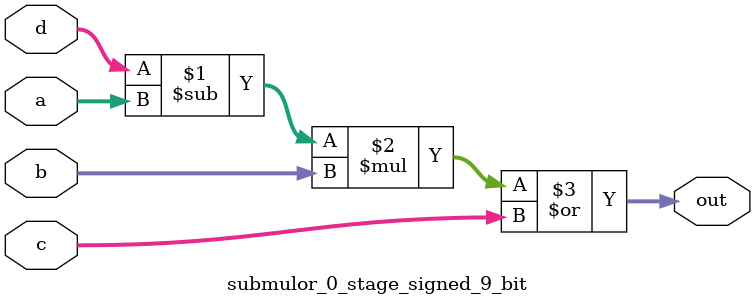
<source format=sv>
(* use_dsp = "yes" *) module submulor_0_stage_signed_9_bit(
	input signed [8:0] a,
	input signed [8:0] b,
	input signed [8:0] c,
	input signed [8:0] d,
	output [8:0] out
	);

	assign out = ((d - a) * b) | c;
endmodule

</source>
